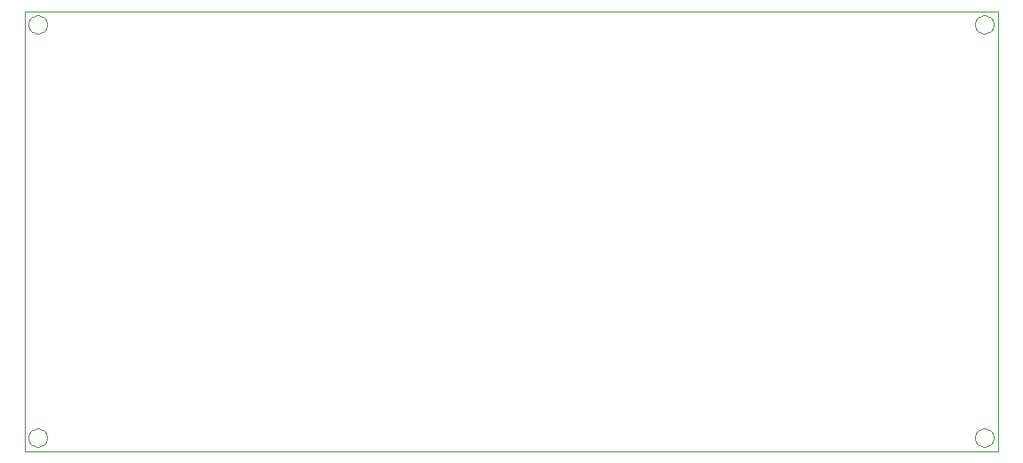
<source format=gbr>
%TF.GenerationSoftware,KiCad,Pcbnew,(6.0.9-0)*%
%TF.CreationDate,2023-03-11T20:55:46-05:00*%
%TF.ProjectId,usb darksensor,75736220-6461-4726-9b73-656e736f722e,rev?*%
%TF.SameCoordinates,Original*%
%TF.FileFunction,Profile,NP*%
%FSLAX46Y46*%
G04 Gerber Fmt 4.6, Leading zero omitted, Abs format (unit mm)*
G04 Created by KiCad (PCBNEW (6.0.9-0)) date 2023-03-11 20:55:46*
%MOMM*%
%LPD*%
G01*
G04 APERTURE LIST*
%TA.AperFunction,Profile*%
%ADD10C,0.100000*%
%TD*%
G04 APERTURE END LIST*
D10*
X78105000Y-63500000D02*
X170815000Y-63500000D01*
X170815000Y-63500000D02*
X170815000Y-105410000D01*
X170815000Y-105410000D02*
X78105000Y-105410000D01*
X78105000Y-105410000D02*
X78105000Y-63500000D01*
X170443026Y-64770000D02*
G75*
G03*
X170443026Y-64770000I-898026J0D01*
G01*
X80273026Y-64770000D02*
G75*
G03*
X80273026Y-64770000I-898026J0D01*
G01*
X80273026Y-104140000D02*
G75*
G03*
X80273026Y-104140000I-898026J0D01*
G01*
X170443026Y-104140000D02*
G75*
G03*
X170443026Y-104140000I-898026J0D01*
G01*
M02*

</source>
